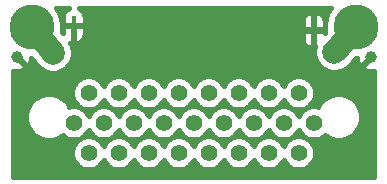
<source format=gbr>
%TF.GenerationSoftware,KiCad,Pcbnew,(5.1.10)-1*%
%TF.CreationDate,2021-10-13T10:52:39-07:00*%
%TF.ProjectId,MicroD25_Bondpad,4d696372-6f44-4323-955f-426f6e647061,rev?*%
%TF.SameCoordinates,Original*%
%TF.FileFunction,Copper,L2,Bot*%
%TF.FilePolarity,Positive*%
%FSLAX46Y46*%
G04 Gerber Fmt 4.6, Leading zero omitted, Abs format (unit mm)*
G04 Created by KiCad (PCBNEW (5.1.10)-1) date 2021-10-13 10:52:39*
%MOMM*%
%LPD*%
G01*
G04 APERTURE LIST*
%TA.AperFunction,ConnectorPad*%
%ADD10C,0.100000*%
%TD*%
%TA.AperFunction,ComponentPad*%
%ADD11C,2.000000*%
%TD*%
%TA.AperFunction,ConnectorPad*%
%ADD12C,3.800000*%
%TD*%
%TA.AperFunction,ComponentPad*%
%ADD13C,2.600000*%
%TD*%
%TA.AperFunction,ComponentPad*%
%ADD14C,1.000000*%
%TD*%
%TA.AperFunction,ComponentPad*%
%ADD15C,1.397000*%
%TD*%
%TA.AperFunction,SMDPad,CuDef*%
%ADD16R,0.457200X1.524000*%
%TD*%
%TA.AperFunction,ViaPad*%
%ADD17C,1.143000*%
%TD*%
%TA.AperFunction,Conductor*%
%ADD18C,0.381000*%
%TD*%
%TA.AperFunction,Conductor*%
%ADD19C,0.100000*%
%TD*%
G04 APERTURE END LIST*
%TA.AperFunction,ConnectorPad*%
D10*
%TO.P,H2,1*%
%TO.N,Net-(H2-Pad1)*%
G36*
X130305743Y-132091832D02*
G01*
X129020168Y-130559743D01*
X130552257Y-129274168D01*
X131837832Y-130806257D01*
X130305743Y-132091832D01*
G37*
%TD.AperFunction*%
D11*
X131082073Y-131461301D03*
D12*
X129286124Y-129320973D03*
D13*
X129286124Y-129320973D03*
%TD*%
%TA.AperFunction,ConnectorPad*%
D10*
%TO.P,H1,1*%
%TO.N,Net-(H1-Pad1)*%
G36*
X154166292Y-130771284D02*
G01*
X155451867Y-129239195D01*
X156983956Y-130524770D01*
X155698381Y-132056859D01*
X154166292Y-130771284D01*
G37*
%TD.AperFunction*%
D11*
X154922051Y-131426328D03*
D12*
X156718000Y-129286000D03*
D13*
X156718000Y-129286000D03*
%TD*%
D14*
%TO.P,H3,1*%
%TO.N,GND*%
X128016000Y-131826000D03*
%TD*%
%TO.P,H4,1*%
%TO.N,GND*%
X157988000Y-131826000D03*
%TD*%
D15*
%TO.P,J1,2*%
%TO.N,Net-(B1-Pad1)*%
X134112000Y-139954000D03*
%TO.P,J1,3*%
%TO.N,Net-(B2-Pad1)*%
X136652000Y-139954000D03*
%TO.P,J1,4*%
%TO.N,Net-(B3-Pad1)*%
X139192000Y-139954000D03*
%TO.P,J1,6*%
%TO.N,Net-(B4-Pad1)*%
X141732000Y-139954000D03*
%TO.P,J1,8*%
%TO.N,Net-(B5-Pad1)*%
X144272000Y-139954000D03*
%TO.P,J1,10*%
%TO.N,Net-(B6-Pad1)*%
X146812000Y-139954000D03*
%TO.P,J1,11*%
%TO.N,Net-(B7-Pad1)*%
X149352000Y-139954000D03*
%TO.P,J1,12*%
%TO.N,Net-(B8-Pad1)*%
X151892000Y-139954000D03*
%TO.P,J1,1*%
%TO.N,Net-(B9-Pad1)*%
X132842000Y-137414000D03*
%TO.P,J1,15*%
%TO.N,Net-(B10-Pad1)*%
X135382000Y-137414000D03*
%TO.P,J1,17*%
%TO.N,Net-(B11-Pad1)*%
X137922000Y-137414000D03*
%TO.P,J1,5*%
%TO.N,Net-(B12-Pad1)*%
X140462000Y-137414000D03*
%TO.P,J1,7*%
%TO.N,Net-(B13-Pad1)*%
X143002000Y-137414000D03*
%TO.P,J1,9*%
%TO.N,Net-(B14-Pad1)*%
X145542000Y-137414000D03*
%TO.P,J1,22*%
%TO.N,Net-(B15-Pad1)*%
X148082000Y-137414000D03*
%TO.P,J1,24*%
%TO.N,Net-(B16-Pad1)*%
X150622000Y-137414000D03*
%TO.P,J1,13*%
%TO.N,Net-(B17-Pad1)*%
X153162000Y-137414000D03*
%TO.P,J1,14*%
%TO.N,Net-(B18-Pad1)*%
X134112000Y-134874000D03*
%TO.P,J1,16*%
%TO.N,Net-(B19-Pad1)*%
X136652000Y-134874000D03*
%TO.P,J1,18*%
%TO.N,Net-(B20-Pad1)*%
X139192000Y-134874000D03*
%TO.P,J1,19*%
%TO.N,Net-(B21-Pad1)*%
X141732000Y-134874000D03*
%TO.P,J1,20*%
%TO.N,Net-(B22-Pad1)*%
X144272000Y-134874000D03*
%TO.P,J1,21*%
%TO.N,Net-(B23-Pad1)*%
X146812000Y-134874000D03*
%TO.P,J1,23*%
%TO.N,Net-(B24-Pad1)*%
X149352000Y-134874000D03*
%TO.P,J1,25*%
%TO.N,Net-(B25-Pad1)*%
X151892000Y-134874000D03*
%TD*%
D16*
%TO.P,B28,1*%
%TO.N,GND*%
X132842000Y-129159000D03*
%TD*%
%TO.P,B29,1*%
%TO.N,GND*%
X153162000Y-129540000D03*
%TD*%
D17*
%TO.N,GND*%
X156972000Y-141097000D03*
X129032000Y-141097000D03*
%TD*%
D18*
%TO.N,GND*%
X132344802Y-127748547D02*
X132223456Y-127813408D01*
X132117096Y-127900696D01*
X132029808Y-128007056D01*
X131964947Y-128128402D01*
X131925006Y-128260070D01*
X131911520Y-128397000D01*
X131914900Y-128920875D01*
X132089525Y-129095500D01*
X132803900Y-129095500D01*
X132803900Y-129075500D01*
X132880100Y-129075500D01*
X132880100Y-129095500D01*
X133594475Y-129095500D01*
X133769100Y-128920875D01*
X133770021Y-128778000D01*
X152231520Y-128778000D01*
X152234900Y-129301875D01*
X152409525Y-129476500D01*
X153123900Y-129476500D01*
X153123900Y-128254125D01*
X153200100Y-128254125D01*
X153200100Y-129476500D01*
X153914475Y-129476500D01*
X154089100Y-129301875D01*
X154092480Y-128778000D01*
X154078994Y-128641070D01*
X154039053Y-128509402D01*
X153974192Y-128388056D01*
X153886904Y-128281696D01*
X153780544Y-128194408D01*
X153659198Y-128129547D01*
X153527530Y-128089606D01*
X153390600Y-128076120D01*
X153374725Y-128079500D01*
X153200100Y-128254125D01*
X153123900Y-128254125D01*
X152949275Y-128079500D01*
X152933400Y-128076120D01*
X152796470Y-128089606D01*
X152664802Y-128129547D01*
X152543456Y-128194408D01*
X152437096Y-128281696D01*
X152349808Y-128388056D01*
X152284947Y-128509402D01*
X152245006Y-128641070D01*
X152231520Y-128778000D01*
X133770021Y-128778000D01*
X133772480Y-128397000D01*
X133758994Y-128260070D01*
X133719053Y-128128402D01*
X133654192Y-128007056D01*
X133566904Y-127900696D01*
X133460544Y-127813408D01*
X133339198Y-127748547D01*
X133256629Y-127723500D01*
X154636840Y-127723500D01*
X154415239Y-128055149D01*
X154219359Y-128528046D01*
X154119500Y-129030070D01*
X154119500Y-129541930D01*
X154150564Y-129698098D01*
X154086008Y-129775033D01*
X153914475Y-129603500D01*
X153200100Y-129603500D01*
X153200100Y-130825875D01*
X153293597Y-130919372D01*
X153288824Y-130930894D01*
X153223551Y-131259040D01*
X153223551Y-131593616D01*
X153288824Y-131921762D01*
X153416860Y-132230869D01*
X153602740Y-132509058D01*
X153839321Y-132745639D01*
X154117510Y-132931519D01*
X154426617Y-133059555D01*
X154754763Y-133124828D01*
X155089339Y-133124828D01*
X155417485Y-133059555D01*
X155726592Y-132931519D01*
X156004781Y-132745639D01*
X156241362Y-132509058D01*
X156265532Y-132472885D01*
X156759246Y-131884500D01*
X156788549Y-131884500D01*
X156810116Y-132076850D01*
X156881687Y-132301824D01*
X156977733Y-132481512D01*
X157216395Y-132507802D01*
X157898197Y-131826000D01*
X157884055Y-131811858D01*
X157973858Y-131722055D01*
X157988000Y-131736197D01*
X158002142Y-131722055D01*
X158091945Y-131811858D01*
X158077803Y-131826000D01*
X158091945Y-131840142D01*
X158002142Y-131929945D01*
X157988000Y-131915803D01*
X157306198Y-132597605D01*
X157332488Y-132836267D01*
X157542177Y-132944740D01*
X157768998Y-133010219D01*
X158004237Y-133030190D01*
X158238850Y-133003884D01*
X158280500Y-132990634D01*
X158280501Y-142024500D01*
X127723500Y-142024500D01*
X127723500Y-139816408D01*
X132715000Y-139816408D01*
X132715000Y-140091592D01*
X132768686Y-140361490D01*
X132873995Y-140615727D01*
X133026880Y-140844535D01*
X133221465Y-141039120D01*
X133450273Y-141192005D01*
X133704510Y-141297314D01*
X133974408Y-141351000D01*
X134249592Y-141351000D01*
X134519490Y-141297314D01*
X134773727Y-141192005D01*
X135002535Y-141039120D01*
X135197120Y-140844535D01*
X135350005Y-140615727D01*
X135382000Y-140538485D01*
X135413995Y-140615727D01*
X135566880Y-140844535D01*
X135761465Y-141039120D01*
X135990273Y-141192005D01*
X136244510Y-141297314D01*
X136514408Y-141351000D01*
X136789592Y-141351000D01*
X137059490Y-141297314D01*
X137313727Y-141192005D01*
X137542535Y-141039120D01*
X137737120Y-140844535D01*
X137890005Y-140615727D01*
X137922000Y-140538485D01*
X137953995Y-140615727D01*
X138106880Y-140844535D01*
X138301465Y-141039120D01*
X138530273Y-141192005D01*
X138784510Y-141297314D01*
X139054408Y-141351000D01*
X139329592Y-141351000D01*
X139599490Y-141297314D01*
X139853727Y-141192005D01*
X140082535Y-141039120D01*
X140277120Y-140844535D01*
X140430005Y-140615727D01*
X140462000Y-140538485D01*
X140493995Y-140615727D01*
X140646880Y-140844535D01*
X140841465Y-141039120D01*
X141070273Y-141192005D01*
X141324510Y-141297314D01*
X141594408Y-141351000D01*
X141869592Y-141351000D01*
X142139490Y-141297314D01*
X142393727Y-141192005D01*
X142622535Y-141039120D01*
X142817120Y-140844535D01*
X142970005Y-140615727D01*
X143002000Y-140538485D01*
X143033995Y-140615727D01*
X143186880Y-140844535D01*
X143381465Y-141039120D01*
X143610273Y-141192005D01*
X143864510Y-141297314D01*
X144134408Y-141351000D01*
X144409592Y-141351000D01*
X144679490Y-141297314D01*
X144933727Y-141192005D01*
X145162535Y-141039120D01*
X145357120Y-140844535D01*
X145510005Y-140615727D01*
X145542000Y-140538485D01*
X145573995Y-140615727D01*
X145726880Y-140844535D01*
X145921465Y-141039120D01*
X146150273Y-141192005D01*
X146404510Y-141297314D01*
X146674408Y-141351000D01*
X146949592Y-141351000D01*
X147219490Y-141297314D01*
X147473727Y-141192005D01*
X147702535Y-141039120D01*
X147897120Y-140844535D01*
X148050005Y-140615727D01*
X148082000Y-140538485D01*
X148113995Y-140615727D01*
X148266880Y-140844535D01*
X148461465Y-141039120D01*
X148690273Y-141192005D01*
X148944510Y-141297314D01*
X149214408Y-141351000D01*
X149489592Y-141351000D01*
X149759490Y-141297314D01*
X150013727Y-141192005D01*
X150242535Y-141039120D01*
X150437120Y-140844535D01*
X150590005Y-140615727D01*
X150622000Y-140538485D01*
X150653995Y-140615727D01*
X150806880Y-140844535D01*
X151001465Y-141039120D01*
X151230273Y-141192005D01*
X151484510Y-141297314D01*
X151754408Y-141351000D01*
X152029592Y-141351000D01*
X152299490Y-141297314D01*
X152553727Y-141192005D01*
X152782535Y-141039120D01*
X152977120Y-140844535D01*
X153130005Y-140615727D01*
X153235314Y-140361490D01*
X153289000Y-140091592D01*
X153289000Y-139816408D01*
X153235314Y-139546510D01*
X153130005Y-139292273D01*
X152977120Y-139063465D01*
X152782535Y-138868880D01*
X152553727Y-138715995D01*
X152299490Y-138610686D01*
X152029592Y-138557000D01*
X151754408Y-138557000D01*
X151484510Y-138610686D01*
X151230273Y-138715995D01*
X151001465Y-138868880D01*
X150806880Y-139063465D01*
X150653995Y-139292273D01*
X150622000Y-139369515D01*
X150590005Y-139292273D01*
X150437120Y-139063465D01*
X150242535Y-138868880D01*
X150013727Y-138715995D01*
X149759490Y-138610686D01*
X149489592Y-138557000D01*
X149214408Y-138557000D01*
X148944510Y-138610686D01*
X148690273Y-138715995D01*
X148461465Y-138868880D01*
X148266880Y-139063465D01*
X148113995Y-139292273D01*
X148082000Y-139369515D01*
X148050005Y-139292273D01*
X147897120Y-139063465D01*
X147702535Y-138868880D01*
X147473727Y-138715995D01*
X147219490Y-138610686D01*
X146949592Y-138557000D01*
X146674408Y-138557000D01*
X146404510Y-138610686D01*
X146150273Y-138715995D01*
X145921465Y-138868880D01*
X145726880Y-139063465D01*
X145573995Y-139292273D01*
X145542000Y-139369515D01*
X145510005Y-139292273D01*
X145357120Y-139063465D01*
X145162535Y-138868880D01*
X144933727Y-138715995D01*
X144679490Y-138610686D01*
X144409592Y-138557000D01*
X144134408Y-138557000D01*
X143864510Y-138610686D01*
X143610273Y-138715995D01*
X143381465Y-138868880D01*
X143186880Y-139063465D01*
X143033995Y-139292273D01*
X143002000Y-139369515D01*
X142970005Y-139292273D01*
X142817120Y-139063465D01*
X142622535Y-138868880D01*
X142393727Y-138715995D01*
X142139490Y-138610686D01*
X141869592Y-138557000D01*
X141594408Y-138557000D01*
X141324510Y-138610686D01*
X141070273Y-138715995D01*
X140841465Y-138868880D01*
X140646880Y-139063465D01*
X140493995Y-139292273D01*
X140462000Y-139369515D01*
X140430005Y-139292273D01*
X140277120Y-139063465D01*
X140082535Y-138868880D01*
X139853727Y-138715995D01*
X139599490Y-138610686D01*
X139329592Y-138557000D01*
X139054408Y-138557000D01*
X138784510Y-138610686D01*
X138530273Y-138715995D01*
X138301465Y-138868880D01*
X138106880Y-139063465D01*
X137953995Y-139292273D01*
X137922000Y-139369515D01*
X137890005Y-139292273D01*
X137737120Y-139063465D01*
X137542535Y-138868880D01*
X137313727Y-138715995D01*
X137059490Y-138610686D01*
X136789592Y-138557000D01*
X136514408Y-138557000D01*
X136244510Y-138610686D01*
X135990273Y-138715995D01*
X135761465Y-138868880D01*
X135566880Y-139063465D01*
X135413995Y-139292273D01*
X135382000Y-139369515D01*
X135350005Y-139292273D01*
X135197120Y-139063465D01*
X135002535Y-138868880D01*
X134773727Y-138715995D01*
X134519490Y-138610686D01*
X134249592Y-138557000D01*
X133974408Y-138557000D01*
X133704510Y-138610686D01*
X133450273Y-138715995D01*
X133221465Y-138868880D01*
X133026880Y-139063465D01*
X132873995Y-139292273D01*
X132768686Y-139546510D01*
X132715000Y-139816408D01*
X127723500Y-139816408D01*
X127723500Y-136717123D01*
X128828800Y-136717123D01*
X128828800Y-137094877D01*
X128902496Y-137465372D01*
X129047056Y-137814372D01*
X129256925Y-138128463D01*
X129524037Y-138395575D01*
X129838128Y-138605444D01*
X130187128Y-138750004D01*
X130557623Y-138823700D01*
X130935377Y-138823700D01*
X131305872Y-138750004D01*
X131654872Y-138605444D01*
X131896403Y-138444058D01*
X131951465Y-138499120D01*
X132180273Y-138652005D01*
X132434510Y-138757314D01*
X132704408Y-138811000D01*
X132979592Y-138811000D01*
X133249490Y-138757314D01*
X133503727Y-138652005D01*
X133732535Y-138499120D01*
X133927120Y-138304535D01*
X134080005Y-138075727D01*
X134112000Y-137998485D01*
X134143995Y-138075727D01*
X134296880Y-138304535D01*
X134491465Y-138499120D01*
X134720273Y-138652005D01*
X134974510Y-138757314D01*
X135244408Y-138811000D01*
X135519592Y-138811000D01*
X135789490Y-138757314D01*
X136043727Y-138652005D01*
X136272535Y-138499120D01*
X136467120Y-138304535D01*
X136620005Y-138075727D01*
X136652000Y-137998485D01*
X136683995Y-138075727D01*
X136836880Y-138304535D01*
X137031465Y-138499120D01*
X137260273Y-138652005D01*
X137514510Y-138757314D01*
X137784408Y-138811000D01*
X138059592Y-138811000D01*
X138329490Y-138757314D01*
X138583727Y-138652005D01*
X138812535Y-138499120D01*
X139007120Y-138304535D01*
X139160005Y-138075727D01*
X139192000Y-137998485D01*
X139223995Y-138075727D01*
X139376880Y-138304535D01*
X139571465Y-138499120D01*
X139800273Y-138652005D01*
X140054510Y-138757314D01*
X140324408Y-138811000D01*
X140599592Y-138811000D01*
X140869490Y-138757314D01*
X141123727Y-138652005D01*
X141352535Y-138499120D01*
X141547120Y-138304535D01*
X141700005Y-138075727D01*
X141732000Y-137998485D01*
X141763995Y-138075727D01*
X141916880Y-138304535D01*
X142111465Y-138499120D01*
X142340273Y-138652005D01*
X142594510Y-138757314D01*
X142864408Y-138811000D01*
X143139592Y-138811000D01*
X143409490Y-138757314D01*
X143663727Y-138652005D01*
X143892535Y-138499120D01*
X144087120Y-138304535D01*
X144240005Y-138075727D01*
X144272000Y-137998485D01*
X144303995Y-138075727D01*
X144456880Y-138304535D01*
X144651465Y-138499120D01*
X144880273Y-138652005D01*
X145134510Y-138757314D01*
X145404408Y-138811000D01*
X145679592Y-138811000D01*
X145949490Y-138757314D01*
X146203727Y-138652005D01*
X146432535Y-138499120D01*
X146627120Y-138304535D01*
X146780005Y-138075727D01*
X146812000Y-137998485D01*
X146843995Y-138075727D01*
X146996880Y-138304535D01*
X147191465Y-138499120D01*
X147420273Y-138652005D01*
X147674510Y-138757314D01*
X147944408Y-138811000D01*
X148219592Y-138811000D01*
X148489490Y-138757314D01*
X148743727Y-138652005D01*
X148972535Y-138499120D01*
X149167120Y-138304535D01*
X149320005Y-138075727D01*
X149352000Y-137998485D01*
X149383995Y-138075727D01*
X149536880Y-138304535D01*
X149731465Y-138499120D01*
X149960273Y-138652005D01*
X150214510Y-138757314D01*
X150484408Y-138811000D01*
X150759592Y-138811000D01*
X151029490Y-138757314D01*
X151283727Y-138652005D01*
X151512535Y-138499120D01*
X151707120Y-138304535D01*
X151860005Y-138075727D01*
X151892000Y-137998485D01*
X151923995Y-138075727D01*
X152076880Y-138304535D01*
X152271465Y-138499120D01*
X152500273Y-138652005D01*
X152754510Y-138757314D01*
X153024408Y-138811000D01*
X153299592Y-138811000D01*
X153569490Y-138757314D01*
X153823727Y-138652005D01*
X154052535Y-138499120D01*
X154107597Y-138444058D01*
X154349128Y-138605444D01*
X154698128Y-138750004D01*
X155068623Y-138823700D01*
X155446377Y-138823700D01*
X155816872Y-138750004D01*
X156165872Y-138605444D01*
X156479963Y-138395575D01*
X156747075Y-138128463D01*
X156956944Y-137814372D01*
X157101504Y-137465372D01*
X157175200Y-137094877D01*
X157175200Y-136717123D01*
X157101504Y-136346628D01*
X156956944Y-135997628D01*
X156747075Y-135683537D01*
X156479963Y-135416425D01*
X156165872Y-135206556D01*
X155816872Y-135061996D01*
X155446377Y-134988300D01*
X155068623Y-134988300D01*
X154698128Y-135061996D01*
X154349128Y-135206556D01*
X154035037Y-135416425D01*
X153767925Y-135683537D01*
X153558056Y-135997628D01*
X153530968Y-136063024D01*
X153299592Y-136017000D01*
X153024408Y-136017000D01*
X152754510Y-136070686D01*
X152500273Y-136175995D01*
X152271465Y-136328880D01*
X152076880Y-136523465D01*
X151923995Y-136752273D01*
X151892000Y-136829515D01*
X151860005Y-136752273D01*
X151707120Y-136523465D01*
X151512535Y-136328880D01*
X151283727Y-136175995D01*
X151029490Y-136070686D01*
X150759592Y-136017000D01*
X150484408Y-136017000D01*
X150214510Y-136070686D01*
X149960273Y-136175995D01*
X149731465Y-136328880D01*
X149536880Y-136523465D01*
X149383995Y-136752273D01*
X149352000Y-136829515D01*
X149320005Y-136752273D01*
X149167120Y-136523465D01*
X148972535Y-136328880D01*
X148743727Y-136175995D01*
X148489490Y-136070686D01*
X148219592Y-136017000D01*
X147944408Y-136017000D01*
X147674510Y-136070686D01*
X147420273Y-136175995D01*
X147191465Y-136328880D01*
X146996880Y-136523465D01*
X146843995Y-136752273D01*
X146812000Y-136829515D01*
X146780005Y-136752273D01*
X146627120Y-136523465D01*
X146432535Y-136328880D01*
X146203727Y-136175995D01*
X145949490Y-136070686D01*
X145679592Y-136017000D01*
X145404408Y-136017000D01*
X145134510Y-136070686D01*
X144880273Y-136175995D01*
X144651465Y-136328880D01*
X144456880Y-136523465D01*
X144303995Y-136752273D01*
X144272000Y-136829515D01*
X144240005Y-136752273D01*
X144087120Y-136523465D01*
X143892535Y-136328880D01*
X143663727Y-136175995D01*
X143409490Y-136070686D01*
X143139592Y-136017000D01*
X142864408Y-136017000D01*
X142594510Y-136070686D01*
X142340273Y-136175995D01*
X142111465Y-136328880D01*
X141916880Y-136523465D01*
X141763995Y-136752273D01*
X141732000Y-136829515D01*
X141700005Y-136752273D01*
X141547120Y-136523465D01*
X141352535Y-136328880D01*
X141123727Y-136175995D01*
X140869490Y-136070686D01*
X140599592Y-136017000D01*
X140324408Y-136017000D01*
X140054510Y-136070686D01*
X139800273Y-136175995D01*
X139571465Y-136328880D01*
X139376880Y-136523465D01*
X139223995Y-136752273D01*
X139192000Y-136829515D01*
X139160005Y-136752273D01*
X139007120Y-136523465D01*
X138812535Y-136328880D01*
X138583727Y-136175995D01*
X138329490Y-136070686D01*
X138059592Y-136017000D01*
X137784408Y-136017000D01*
X137514510Y-136070686D01*
X137260273Y-136175995D01*
X137031465Y-136328880D01*
X136836880Y-136523465D01*
X136683995Y-136752273D01*
X136652000Y-136829515D01*
X136620005Y-136752273D01*
X136467120Y-136523465D01*
X136272535Y-136328880D01*
X136043727Y-136175995D01*
X135789490Y-136070686D01*
X135519592Y-136017000D01*
X135244408Y-136017000D01*
X134974510Y-136070686D01*
X134720273Y-136175995D01*
X134491465Y-136328880D01*
X134296880Y-136523465D01*
X134143995Y-136752273D01*
X134112000Y-136829515D01*
X134080005Y-136752273D01*
X133927120Y-136523465D01*
X133732535Y-136328880D01*
X133503727Y-136175995D01*
X133249490Y-136070686D01*
X132979592Y-136017000D01*
X132704408Y-136017000D01*
X132473032Y-136063024D01*
X132445944Y-135997628D01*
X132236075Y-135683537D01*
X131968963Y-135416425D01*
X131654872Y-135206556D01*
X131305872Y-135061996D01*
X130935377Y-134988300D01*
X130557623Y-134988300D01*
X130187128Y-135061996D01*
X129838128Y-135206556D01*
X129524037Y-135416425D01*
X129256925Y-135683537D01*
X129047056Y-135997628D01*
X128902496Y-136346628D01*
X128828800Y-136717123D01*
X127723500Y-136717123D01*
X127723500Y-134736408D01*
X132715000Y-134736408D01*
X132715000Y-135011592D01*
X132768686Y-135281490D01*
X132873995Y-135535727D01*
X133026880Y-135764535D01*
X133221465Y-135959120D01*
X133450273Y-136112005D01*
X133704510Y-136217314D01*
X133974408Y-136271000D01*
X134249592Y-136271000D01*
X134519490Y-136217314D01*
X134773727Y-136112005D01*
X135002535Y-135959120D01*
X135197120Y-135764535D01*
X135350005Y-135535727D01*
X135382000Y-135458485D01*
X135413995Y-135535727D01*
X135566880Y-135764535D01*
X135761465Y-135959120D01*
X135990273Y-136112005D01*
X136244510Y-136217314D01*
X136514408Y-136271000D01*
X136789592Y-136271000D01*
X137059490Y-136217314D01*
X137313727Y-136112005D01*
X137542535Y-135959120D01*
X137737120Y-135764535D01*
X137890005Y-135535727D01*
X137922000Y-135458485D01*
X137953995Y-135535727D01*
X138106880Y-135764535D01*
X138301465Y-135959120D01*
X138530273Y-136112005D01*
X138784510Y-136217314D01*
X139054408Y-136271000D01*
X139329592Y-136271000D01*
X139599490Y-136217314D01*
X139853727Y-136112005D01*
X140082535Y-135959120D01*
X140277120Y-135764535D01*
X140430005Y-135535727D01*
X140462000Y-135458485D01*
X140493995Y-135535727D01*
X140646880Y-135764535D01*
X140841465Y-135959120D01*
X141070273Y-136112005D01*
X141324510Y-136217314D01*
X141594408Y-136271000D01*
X141869592Y-136271000D01*
X142139490Y-136217314D01*
X142393727Y-136112005D01*
X142622535Y-135959120D01*
X142817120Y-135764535D01*
X142970005Y-135535727D01*
X143002000Y-135458485D01*
X143033995Y-135535727D01*
X143186880Y-135764535D01*
X143381465Y-135959120D01*
X143610273Y-136112005D01*
X143864510Y-136217314D01*
X144134408Y-136271000D01*
X144409592Y-136271000D01*
X144679490Y-136217314D01*
X144933727Y-136112005D01*
X145162535Y-135959120D01*
X145357120Y-135764535D01*
X145510005Y-135535727D01*
X145542000Y-135458485D01*
X145573995Y-135535727D01*
X145726880Y-135764535D01*
X145921465Y-135959120D01*
X146150273Y-136112005D01*
X146404510Y-136217314D01*
X146674408Y-136271000D01*
X146949592Y-136271000D01*
X147219490Y-136217314D01*
X147473727Y-136112005D01*
X147702535Y-135959120D01*
X147897120Y-135764535D01*
X148050005Y-135535727D01*
X148082000Y-135458485D01*
X148113995Y-135535727D01*
X148266880Y-135764535D01*
X148461465Y-135959120D01*
X148690273Y-136112005D01*
X148944510Y-136217314D01*
X149214408Y-136271000D01*
X149489592Y-136271000D01*
X149759490Y-136217314D01*
X150013727Y-136112005D01*
X150242535Y-135959120D01*
X150437120Y-135764535D01*
X150590005Y-135535727D01*
X150622000Y-135458485D01*
X150653995Y-135535727D01*
X150806880Y-135764535D01*
X151001465Y-135959120D01*
X151230273Y-136112005D01*
X151484510Y-136217314D01*
X151754408Y-136271000D01*
X152029592Y-136271000D01*
X152299490Y-136217314D01*
X152553727Y-136112005D01*
X152782535Y-135959120D01*
X152977120Y-135764535D01*
X153130005Y-135535727D01*
X153235314Y-135281490D01*
X153289000Y-135011592D01*
X153289000Y-134736408D01*
X153235314Y-134466510D01*
X153130005Y-134212273D01*
X152977120Y-133983465D01*
X152782535Y-133788880D01*
X152553727Y-133635995D01*
X152299490Y-133530686D01*
X152029592Y-133477000D01*
X151754408Y-133477000D01*
X151484510Y-133530686D01*
X151230273Y-133635995D01*
X151001465Y-133788880D01*
X150806880Y-133983465D01*
X150653995Y-134212273D01*
X150622000Y-134289515D01*
X150590005Y-134212273D01*
X150437120Y-133983465D01*
X150242535Y-133788880D01*
X150013727Y-133635995D01*
X149759490Y-133530686D01*
X149489592Y-133477000D01*
X149214408Y-133477000D01*
X148944510Y-133530686D01*
X148690273Y-133635995D01*
X148461465Y-133788880D01*
X148266880Y-133983465D01*
X148113995Y-134212273D01*
X148082000Y-134289515D01*
X148050005Y-134212273D01*
X147897120Y-133983465D01*
X147702535Y-133788880D01*
X147473727Y-133635995D01*
X147219490Y-133530686D01*
X146949592Y-133477000D01*
X146674408Y-133477000D01*
X146404510Y-133530686D01*
X146150273Y-133635995D01*
X145921465Y-133788880D01*
X145726880Y-133983465D01*
X145573995Y-134212273D01*
X145542000Y-134289515D01*
X145510005Y-134212273D01*
X145357120Y-133983465D01*
X145162535Y-133788880D01*
X144933727Y-133635995D01*
X144679490Y-133530686D01*
X144409592Y-133477000D01*
X144134408Y-133477000D01*
X143864510Y-133530686D01*
X143610273Y-133635995D01*
X143381465Y-133788880D01*
X143186880Y-133983465D01*
X143033995Y-134212273D01*
X143002000Y-134289515D01*
X142970005Y-134212273D01*
X142817120Y-133983465D01*
X142622535Y-133788880D01*
X142393727Y-133635995D01*
X142139490Y-133530686D01*
X141869592Y-133477000D01*
X141594408Y-133477000D01*
X141324510Y-133530686D01*
X141070273Y-133635995D01*
X140841465Y-133788880D01*
X140646880Y-133983465D01*
X140493995Y-134212273D01*
X140462000Y-134289515D01*
X140430005Y-134212273D01*
X140277120Y-133983465D01*
X140082535Y-133788880D01*
X139853727Y-133635995D01*
X139599490Y-133530686D01*
X139329592Y-133477000D01*
X139054408Y-133477000D01*
X138784510Y-133530686D01*
X138530273Y-133635995D01*
X138301465Y-133788880D01*
X138106880Y-133983465D01*
X137953995Y-134212273D01*
X137922000Y-134289515D01*
X137890005Y-134212273D01*
X137737120Y-133983465D01*
X137542535Y-133788880D01*
X137313727Y-133635995D01*
X137059490Y-133530686D01*
X136789592Y-133477000D01*
X136514408Y-133477000D01*
X136244510Y-133530686D01*
X135990273Y-133635995D01*
X135761465Y-133788880D01*
X135566880Y-133983465D01*
X135413995Y-134212273D01*
X135382000Y-134289515D01*
X135350005Y-134212273D01*
X135197120Y-133983465D01*
X135002535Y-133788880D01*
X134773727Y-133635995D01*
X134519490Y-133530686D01*
X134249592Y-133477000D01*
X133974408Y-133477000D01*
X133704510Y-133530686D01*
X133450273Y-133635995D01*
X133221465Y-133788880D01*
X133026880Y-133983465D01*
X132873995Y-134212273D01*
X132768686Y-134466510D01*
X132715000Y-134736408D01*
X127723500Y-134736408D01*
X127723500Y-132989001D01*
X127796998Y-133010219D01*
X128032237Y-133030190D01*
X128266850Y-133003884D01*
X128491824Y-132932313D01*
X128671512Y-132836267D01*
X128697802Y-132597605D01*
X128016000Y-131915803D01*
X128001858Y-131929945D01*
X127912055Y-131840142D01*
X127926197Y-131826000D01*
X127912055Y-131811858D01*
X128001858Y-131722055D01*
X128016000Y-131736197D01*
X128030142Y-131722055D01*
X128119945Y-131811858D01*
X128105803Y-131826000D01*
X128787605Y-132507802D01*
X129026267Y-132481512D01*
X129134740Y-132271823D01*
X129200219Y-132045002D01*
X129210876Y-131919473D01*
X129244878Y-131919473D01*
X129738592Y-132507858D01*
X129762762Y-132544031D01*
X129999343Y-132780612D01*
X130277532Y-132966492D01*
X130586639Y-133094528D01*
X130914785Y-133159801D01*
X131249361Y-133159801D01*
X131577507Y-133094528D01*
X131886614Y-132966492D01*
X132164803Y-132780612D01*
X132401384Y-132544031D01*
X132587264Y-132265842D01*
X132715300Y-131956735D01*
X132780573Y-131628589D01*
X132780573Y-131294013D01*
X132715300Y-130965867D01*
X132587264Y-130656760D01*
X132561190Y-130617738D01*
X132613400Y-130622880D01*
X132629275Y-130619500D01*
X132803900Y-130444875D01*
X132803900Y-129222500D01*
X132880100Y-129222500D01*
X132880100Y-130444875D01*
X133054725Y-130619500D01*
X133070600Y-130622880D01*
X133207530Y-130609394D01*
X133339198Y-130569453D01*
X133460544Y-130504592D01*
X133566904Y-130417304D01*
X133654192Y-130310944D01*
X133658972Y-130302000D01*
X152231520Y-130302000D01*
X152245006Y-130438930D01*
X152284947Y-130570598D01*
X152349808Y-130691944D01*
X152437096Y-130798304D01*
X152543456Y-130885592D01*
X152664802Y-130950453D01*
X152796470Y-130990394D01*
X152933400Y-131003880D01*
X152949275Y-131000500D01*
X153123900Y-130825875D01*
X153123900Y-129603500D01*
X152409525Y-129603500D01*
X152234900Y-129778125D01*
X152231520Y-130302000D01*
X133658972Y-130302000D01*
X133719053Y-130189598D01*
X133758994Y-130057930D01*
X133772480Y-129921000D01*
X133769100Y-129397125D01*
X133594475Y-129222500D01*
X132880100Y-129222500D01*
X132803900Y-129222500D01*
X132089525Y-129222500D01*
X131914900Y-129397125D01*
X131912281Y-129803051D01*
X131853560Y-129733071D01*
X131884624Y-129576903D01*
X131884624Y-129065043D01*
X131784765Y-128563019D01*
X131588885Y-128090122D01*
X131343916Y-127723500D01*
X132427371Y-127723500D01*
X132344802Y-127748547D01*
%TA.AperFunction,Conductor*%
D19*
G36*
X132344802Y-127748547D02*
G01*
X132223456Y-127813408D01*
X132117096Y-127900696D01*
X132029808Y-128007056D01*
X131964947Y-128128402D01*
X131925006Y-128260070D01*
X131911520Y-128397000D01*
X131914900Y-128920875D01*
X132089525Y-129095500D01*
X132803900Y-129095500D01*
X132803900Y-129075500D01*
X132880100Y-129075500D01*
X132880100Y-129095500D01*
X133594475Y-129095500D01*
X133769100Y-128920875D01*
X133770021Y-128778000D01*
X152231520Y-128778000D01*
X152234900Y-129301875D01*
X152409525Y-129476500D01*
X153123900Y-129476500D01*
X153123900Y-128254125D01*
X153200100Y-128254125D01*
X153200100Y-129476500D01*
X153914475Y-129476500D01*
X154089100Y-129301875D01*
X154092480Y-128778000D01*
X154078994Y-128641070D01*
X154039053Y-128509402D01*
X153974192Y-128388056D01*
X153886904Y-128281696D01*
X153780544Y-128194408D01*
X153659198Y-128129547D01*
X153527530Y-128089606D01*
X153390600Y-128076120D01*
X153374725Y-128079500D01*
X153200100Y-128254125D01*
X153123900Y-128254125D01*
X152949275Y-128079500D01*
X152933400Y-128076120D01*
X152796470Y-128089606D01*
X152664802Y-128129547D01*
X152543456Y-128194408D01*
X152437096Y-128281696D01*
X152349808Y-128388056D01*
X152284947Y-128509402D01*
X152245006Y-128641070D01*
X152231520Y-128778000D01*
X133770021Y-128778000D01*
X133772480Y-128397000D01*
X133758994Y-128260070D01*
X133719053Y-128128402D01*
X133654192Y-128007056D01*
X133566904Y-127900696D01*
X133460544Y-127813408D01*
X133339198Y-127748547D01*
X133256629Y-127723500D01*
X154636840Y-127723500D01*
X154415239Y-128055149D01*
X154219359Y-128528046D01*
X154119500Y-129030070D01*
X154119500Y-129541930D01*
X154150564Y-129698098D01*
X154086008Y-129775033D01*
X153914475Y-129603500D01*
X153200100Y-129603500D01*
X153200100Y-130825875D01*
X153293597Y-130919372D01*
X153288824Y-130930894D01*
X153223551Y-131259040D01*
X153223551Y-131593616D01*
X153288824Y-131921762D01*
X153416860Y-132230869D01*
X153602740Y-132509058D01*
X153839321Y-132745639D01*
X154117510Y-132931519D01*
X154426617Y-133059555D01*
X154754763Y-133124828D01*
X155089339Y-133124828D01*
X155417485Y-133059555D01*
X155726592Y-132931519D01*
X156004781Y-132745639D01*
X156241362Y-132509058D01*
X156265532Y-132472885D01*
X156759246Y-131884500D01*
X156788549Y-131884500D01*
X156810116Y-132076850D01*
X156881687Y-132301824D01*
X156977733Y-132481512D01*
X157216395Y-132507802D01*
X157898197Y-131826000D01*
X157884055Y-131811858D01*
X157973858Y-131722055D01*
X157988000Y-131736197D01*
X158002142Y-131722055D01*
X158091945Y-131811858D01*
X158077803Y-131826000D01*
X158091945Y-131840142D01*
X158002142Y-131929945D01*
X157988000Y-131915803D01*
X157306198Y-132597605D01*
X157332488Y-132836267D01*
X157542177Y-132944740D01*
X157768998Y-133010219D01*
X158004237Y-133030190D01*
X158238850Y-133003884D01*
X158280500Y-132990634D01*
X158280501Y-142024500D01*
X127723500Y-142024500D01*
X127723500Y-139816408D01*
X132715000Y-139816408D01*
X132715000Y-140091592D01*
X132768686Y-140361490D01*
X132873995Y-140615727D01*
X133026880Y-140844535D01*
X133221465Y-141039120D01*
X133450273Y-141192005D01*
X133704510Y-141297314D01*
X133974408Y-141351000D01*
X134249592Y-141351000D01*
X134519490Y-141297314D01*
X134773727Y-141192005D01*
X135002535Y-141039120D01*
X135197120Y-140844535D01*
X135350005Y-140615727D01*
X135382000Y-140538485D01*
X135413995Y-140615727D01*
X135566880Y-140844535D01*
X135761465Y-141039120D01*
X135990273Y-141192005D01*
X136244510Y-141297314D01*
X136514408Y-141351000D01*
X136789592Y-141351000D01*
X137059490Y-141297314D01*
X137313727Y-141192005D01*
X137542535Y-141039120D01*
X137737120Y-140844535D01*
X137890005Y-140615727D01*
X137922000Y-140538485D01*
X137953995Y-140615727D01*
X138106880Y-140844535D01*
X138301465Y-141039120D01*
X138530273Y-141192005D01*
X138784510Y-141297314D01*
X139054408Y-141351000D01*
X139329592Y-141351000D01*
X139599490Y-141297314D01*
X139853727Y-141192005D01*
X140082535Y-141039120D01*
X140277120Y-140844535D01*
X140430005Y-140615727D01*
X140462000Y-140538485D01*
X140493995Y-140615727D01*
X140646880Y-140844535D01*
X140841465Y-141039120D01*
X141070273Y-141192005D01*
X141324510Y-141297314D01*
X141594408Y-141351000D01*
X141869592Y-141351000D01*
X142139490Y-141297314D01*
X142393727Y-141192005D01*
X142622535Y-141039120D01*
X142817120Y-140844535D01*
X142970005Y-140615727D01*
X143002000Y-140538485D01*
X143033995Y-140615727D01*
X143186880Y-140844535D01*
X143381465Y-141039120D01*
X143610273Y-141192005D01*
X143864510Y-141297314D01*
X144134408Y-141351000D01*
X144409592Y-141351000D01*
X144679490Y-141297314D01*
X144933727Y-141192005D01*
X145162535Y-141039120D01*
X145357120Y-140844535D01*
X145510005Y-140615727D01*
X145542000Y-140538485D01*
X145573995Y-140615727D01*
X145726880Y-140844535D01*
X145921465Y-141039120D01*
X146150273Y-141192005D01*
X146404510Y-141297314D01*
X146674408Y-141351000D01*
X146949592Y-141351000D01*
X147219490Y-141297314D01*
X147473727Y-141192005D01*
X147702535Y-141039120D01*
X147897120Y-140844535D01*
X148050005Y-140615727D01*
X148082000Y-140538485D01*
X148113995Y-140615727D01*
X148266880Y-140844535D01*
X148461465Y-141039120D01*
X148690273Y-141192005D01*
X148944510Y-141297314D01*
X149214408Y-141351000D01*
X149489592Y-141351000D01*
X149759490Y-141297314D01*
X150013727Y-141192005D01*
X150242535Y-141039120D01*
X150437120Y-140844535D01*
X150590005Y-140615727D01*
X150622000Y-140538485D01*
X150653995Y-140615727D01*
X150806880Y-140844535D01*
X151001465Y-141039120D01*
X151230273Y-141192005D01*
X151484510Y-141297314D01*
X151754408Y-141351000D01*
X152029592Y-141351000D01*
X152299490Y-141297314D01*
X152553727Y-141192005D01*
X152782535Y-141039120D01*
X152977120Y-140844535D01*
X153130005Y-140615727D01*
X153235314Y-140361490D01*
X153289000Y-140091592D01*
X153289000Y-139816408D01*
X153235314Y-139546510D01*
X153130005Y-139292273D01*
X152977120Y-139063465D01*
X152782535Y-138868880D01*
X152553727Y-138715995D01*
X152299490Y-138610686D01*
X152029592Y-138557000D01*
X151754408Y-138557000D01*
X151484510Y-138610686D01*
X151230273Y-138715995D01*
X151001465Y-138868880D01*
X150806880Y-139063465D01*
X150653995Y-139292273D01*
X150622000Y-139369515D01*
X150590005Y-139292273D01*
X150437120Y-139063465D01*
X150242535Y-138868880D01*
X150013727Y-138715995D01*
X149759490Y-138610686D01*
X149489592Y-138557000D01*
X149214408Y-138557000D01*
X148944510Y-138610686D01*
X148690273Y-138715995D01*
X148461465Y-138868880D01*
X148266880Y-139063465D01*
X148113995Y-139292273D01*
X148082000Y-139369515D01*
X148050005Y-139292273D01*
X147897120Y-139063465D01*
X147702535Y-138868880D01*
X147473727Y-138715995D01*
X147219490Y-138610686D01*
X146949592Y-138557000D01*
X146674408Y-138557000D01*
X146404510Y-138610686D01*
X146150273Y-138715995D01*
X145921465Y-138868880D01*
X145726880Y-139063465D01*
X145573995Y-139292273D01*
X145542000Y-139369515D01*
X145510005Y-139292273D01*
X145357120Y-139063465D01*
X145162535Y-138868880D01*
X144933727Y-138715995D01*
X144679490Y-138610686D01*
X144409592Y-138557000D01*
X144134408Y-138557000D01*
X143864510Y-138610686D01*
X143610273Y-138715995D01*
X143381465Y-138868880D01*
X143186880Y-139063465D01*
X143033995Y-139292273D01*
X143002000Y-139369515D01*
X142970005Y-139292273D01*
X142817120Y-139063465D01*
X142622535Y-138868880D01*
X142393727Y-138715995D01*
X142139490Y-138610686D01*
X141869592Y-138557000D01*
X141594408Y-138557000D01*
X141324510Y-138610686D01*
X141070273Y-138715995D01*
X140841465Y-138868880D01*
X140646880Y-139063465D01*
X140493995Y-139292273D01*
X140462000Y-139369515D01*
X140430005Y-139292273D01*
X140277120Y-139063465D01*
X140082535Y-138868880D01*
X139853727Y-138715995D01*
X139599490Y-138610686D01*
X139329592Y-138557000D01*
X139054408Y-138557000D01*
X138784510Y-138610686D01*
X138530273Y-138715995D01*
X138301465Y-138868880D01*
X138106880Y-139063465D01*
X137953995Y-139292273D01*
X137922000Y-139369515D01*
X137890005Y-139292273D01*
X137737120Y-139063465D01*
X137542535Y-138868880D01*
X137313727Y-138715995D01*
X137059490Y-138610686D01*
X136789592Y-138557000D01*
X136514408Y-138557000D01*
X136244510Y-138610686D01*
X135990273Y-138715995D01*
X135761465Y-138868880D01*
X135566880Y-139063465D01*
X135413995Y-139292273D01*
X135382000Y-139369515D01*
X135350005Y-139292273D01*
X135197120Y-139063465D01*
X135002535Y-138868880D01*
X134773727Y-138715995D01*
X134519490Y-138610686D01*
X134249592Y-138557000D01*
X133974408Y-138557000D01*
X133704510Y-138610686D01*
X133450273Y-138715995D01*
X133221465Y-138868880D01*
X133026880Y-139063465D01*
X132873995Y-139292273D01*
X132768686Y-139546510D01*
X132715000Y-139816408D01*
X127723500Y-139816408D01*
X127723500Y-136717123D01*
X128828800Y-136717123D01*
X128828800Y-137094877D01*
X128902496Y-137465372D01*
X129047056Y-137814372D01*
X129256925Y-138128463D01*
X129524037Y-138395575D01*
X129838128Y-138605444D01*
X130187128Y-138750004D01*
X130557623Y-138823700D01*
X130935377Y-138823700D01*
X131305872Y-138750004D01*
X131654872Y-138605444D01*
X131896403Y-138444058D01*
X131951465Y-138499120D01*
X132180273Y-138652005D01*
X132434510Y-138757314D01*
X132704408Y-138811000D01*
X132979592Y-138811000D01*
X133249490Y-138757314D01*
X133503727Y-138652005D01*
X133732535Y-138499120D01*
X133927120Y-138304535D01*
X134080005Y-138075727D01*
X134112000Y-137998485D01*
X134143995Y-138075727D01*
X134296880Y-138304535D01*
X134491465Y-138499120D01*
X134720273Y-138652005D01*
X134974510Y-138757314D01*
X135244408Y-138811000D01*
X135519592Y-138811000D01*
X135789490Y-138757314D01*
X136043727Y-138652005D01*
X136272535Y-138499120D01*
X136467120Y-138304535D01*
X136620005Y-138075727D01*
X136652000Y-137998485D01*
X136683995Y-138075727D01*
X136836880Y-138304535D01*
X137031465Y-138499120D01*
X137260273Y-138652005D01*
X137514510Y-138757314D01*
X137784408Y-138811000D01*
X138059592Y-138811000D01*
X138329490Y-138757314D01*
X138583727Y-138652005D01*
X138812535Y-138499120D01*
X139007120Y-138304535D01*
X139160005Y-138075727D01*
X139192000Y-137998485D01*
X139223995Y-138075727D01*
X139376880Y-138304535D01*
X139571465Y-138499120D01*
X139800273Y-138652005D01*
X140054510Y-138757314D01*
X140324408Y-138811000D01*
X140599592Y-138811000D01*
X140869490Y-138757314D01*
X141123727Y-138652005D01*
X141352535Y-138499120D01*
X141547120Y-138304535D01*
X141700005Y-138075727D01*
X141732000Y-137998485D01*
X141763995Y-138075727D01*
X141916880Y-138304535D01*
X142111465Y-138499120D01*
X142340273Y-138652005D01*
X142594510Y-138757314D01*
X142864408Y-138811000D01*
X143139592Y-138811000D01*
X143409490Y-138757314D01*
X143663727Y-138652005D01*
X143892535Y-138499120D01*
X144087120Y-138304535D01*
X144240005Y-138075727D01*
X144272000Y-137998485D01*
X144303995Y-138075727D01*
X144456880Y-138304535D01*
X144651465Y-138499120D01*
X144880273Y-138652005D01*
X145134510Y-138757314D01*
X145404408Y-138811000D01*
X145679592Y-138811000D01*
X145949490Y-138757314D01*
X146203727Y-138652005D01*
X146432535Y-138499120D01*
X146627120Y-138304535D01*
X146780005Y-138075727D01*
X146812000Y-137998485D01*
X146843995Y-138075727D01*
X146996880Y-138304535D01*
X147191465Y-138499120D01*
X147420273Y-138652005D01*
X147674510Y-138757314D01*
X147944408Y-138811000D01*
X148219592Y-138811000D01*
X148489490Y-138757314D01*
X148743727Y-138652005D01*
X148972535Y-138499120D01*
X149167120Y-138304535D01*
X149320005Y-138075727D01*
X149352000Y-137998485D01*
X149383995Y-138075727D01*
X149536880Y-138304535D01*
X149731465Y-138499120D01*
X149960273Y-138652005D01*
X150214510Y-138757314D01*
X150484408Y-138811000D01*
X150759592Y-138811000D01*
X151029490Y-138757314D01*
X151283727Y-138652005D01*
X151512535Y-138499120D01*
X151707120Y-138304535D01*
X151860005Y-138075727D01*
X151892000Y-137998485D01*
X151923995Y-138075727D01*
X152076880Y-138304535D01*
X152271465Y-138499120D01*
X152500273Y-138652005D01*
X152754510Y-138757314D01*
X153024408Y-138811000D01*
X153299592Y-138811000D01*
X153569490Y-138757314D01*
X153823727Y-138652005D01*
X154052535Y-138499120D01*
X154107597Y-138444058D01*
X154349128Y-138605444D01*
X154698128Y-138750004D01*
X155068623Y-138823700D01*
X155446377Y-138823700D01*
X155816872Y-138750004D01*
X156165872Y-138605444D01*
X156479963Y-138395575D01*
X156747075Y-138128463D01*
X156956944Y-137814372D01*
X157101504Y-137465372D01*
X157175200Y-137094877D01*
X157175200Y-136717123D01*
X157101504Y-136346628D01*
X156956944Y-135997628D01*
X156747075Y-135683537D01*
X156479963Y-135416425D01*
X156165872Y-135206556D01*
X155816872Y-135061996D01*
X155446377Y-134988300D01*
X155068623Y-134988300D01*
X154698128Y-135061996D01*
X154349128Y-135206556D01*
X154035037Y-135416425D01*
X153767925Y-135683537D01*
X153558056Y-135997628D01*
X153530968Y-136063024D01*
X153299592Y-136017000D01*
X153024408Y-136017000D01*
X152754510Y-136070686D01*
X152500273Y-136175995D01*
X152271465Y-136328880D01*
X152076880Y-136523465D01*
X151923995Y-136752273D01*
X151892000Y-136829515D01*
X151860005Y-136752273D01*
X151707120Y-136523465D01*
X151512535Y-136328880D01*
X151283727Y-136175995D01*
X151029490Y-136070686D01*
X150759592Y-136017000D01*
X150484408Y-136017000D01*
X150214510Y-136070686D01*
X149960273Y-136175995D01*
X149731465Y-136328880D01*
X149536880Y-136523465D01*
X149383995Y-136752273D01*
X149352000Y-136829515D01*
X149320005Y-136752273D01*
X149167120Y-136523465D01*
X148972535Y-136328880D01*
X148743727Y-136175995D01*
X148489490Y-136070686D01*
X148219592Y-136017000D01*
X147944408Y-136017000D01*
X147674510Y-136070686D01*
X147420273Y-136175995D01*
X147191465Y-136328880D01*
X146996880Y-136523465D01*
X146843995Y-136752273D01*
X146812000Y-136829515D01*
X146780005Y-136752273D01*
X146627120Y-136523465D01*
X146432535Y-136328880D01*
X146203727Y-136175995D01*
X145949490Y-136070686D01*
X145679592Y-136017000D01*
X145404408Y-136017000D01*
X145134510Y-136070686D01*
X144880273Y-136175995D01*
X144651465Y-136328880D01*
X144456880Y-136523465D01*
X144303995Y-136752273D01*
X144272000Y-136829515D01*
X144240005Y-136752273D01*
X144087120Y-136523465D01*
X143892535Y-136328880D01*
X143663727Y-136175995D01*
X143409490Y-136070686D01*
X143139592Y-136017000D01*
X142864408Y-136017000D01*
X142594510Y-136070686D01*
X142340273Y-136175995D01*
X142111465Y-136328880D01*
X141916880Y-136523465D01*
X141763995Y-136752273D01*
X141732000Y-136829515D01*
X141700005Y-136752273D01*
X141547120Y-136523465D01*
X141352535Y-136328880D01*
X141123727Y-136175995D01*
X140869490Y-136070686D01*
X140599592Y-136017000D01*
X140324408Y-136017000D01*
X140054510Y-136070686D01*
X139800273Y-136175995D01*
X139571465Y-136328880D01*
X139376880Y-136523465D01*
X139223995Y-136752273D01*
X139192000Y-136829515D01*
X139160005Y-136752273D01*
X139007120Y-136523465D01*
X138812535Y-136328880D01*
X138583727Y-136175995D01*
X138329490Y-136070686D01*
X138059592Y-136017000D01*
X137784408Y-136017000D01*
X137514510Y-136070686D01*
X137260273Y-136175995D01*
X137031465Y-136328880D01*
X136836880Y-136523465D01*
X136683995Y-136752273D01*
X136652000Y-136829515D01*
X136620005Y-136752273D01*
X136467120Y-136523465D01*
X136272535Y-136328880D01*
X136043727Y-136175995D01*
X135789490Y-136070686D01*
X135519592Y-136017000D01*
X135244408Y-136017000D01*
X134974510Y-136070686D01*
X134720273Y-136175995D01*
X134491465Y-136328880D01*
X134296880Y-136523465D01*
X134143995Y-136752273D01*
X134112000Y-136829515D01*
X134080005Y-136752273D01*
X133927120Y-136523465D01*
X133732535Y-136328880D01*
X133503727Y-136175995D01*
X133249490Y-136070686D01*
X132979592Y-136017000D01*
X132704408Y-136017000D01*
X132473032Y-136063024D01*
X132445944Y-135997628D01*
X132236075Y-135683537D01*
X131968963Y-135416425D01*
X131654872Y-135206556D01*
X131305872Y-135061996D01*
X130935377Y-134988300D01*
X130557623Y-134988300D01*
X130187128Y-135061996D01*
X129838128Y-135206556D01*
X129524037Y-135416425D01*
X129256925Y-135683537D01*
X129047056Y-135997628D01*
X128902496Y-136346628D01*
X128828800Y-136717123D01*
X127723500Y-136717123D01*
X127723500Y-134736408D01*
X132715000Y-134736408D01*
X132715000Y-135011592D01*
X132768686Y-135281490D01*
X132873995Y-135535727D01*
X133026880Y-135764535D01*
X133221465Y-135959120D01*
X133450273Y-136112005D01*
X133704510Y-136217314D01*
X133974408Y-136271000D01*
X134249592Y-136271000D01*
X134519490Y-136217314D01*
X134773727Y-136112005D01*
X135002535Y-135959120D01*
X135197120Y-135764535D01*
X135350005Y-135535727D01*
X135382000Y-135458485D01*
X135413995Y-135535727D01*
X135566880Y-135764535D01*
X135761465Y-135959120D01*
X135990273Y-136112005D01*
X136244510Y-136217314D01*
X136514408Y-136271000D01*
X136789592Y-136271000D01*
X137059490Y-136217314D01*
X137313727Y-136112005D01*
X137542535Y-135959120D01*
X137737120Y-135764535D01*
X137890005Y-135535727D01*
X137922000Y-135458485D01*
X137953995Y-135535727D01*
X138106880Y-135764535D01*
X138301465Y-135959120D01*
X138530273Y-136112005D01*
X138784510Y-136217314D01*
X139054408Y-136271000D01*
X139329592Y-136271000D01*
X139599490Y-136217314D01*
X139853727Y-136112005D01*
X140082535Y-135959120D01*
X140277120Y-135764535D01*
X140430005Y-135535727D01*
X140462000Y-135458485D01*
X140493995Y-135535727D01*
X140646880Y-135764535D01*
X140841465Y-135959120D01*
X141070273Y-136112005D01*
X141324510Y-136217314D01*
X141594408Y-136271000D01*
X141869592Y-136271000D01*
X142139490Y-136217314D01*
X142393727Y-136112005D01*
X142622535Y-135959120D01*
X142817120Y-135764535D01*
X142970005Y-135535727D01*
X143002000Y-135458485D01*
X143033995Y-135535727D01*
X143186880Y-135764535D01*
X143381465Y-135959120D01*
X143610273Y-136112005D01*
X143864510Y-136217314D01*
X144134408Y-136271000D01*
X144409592Y-136271000D01*
X144679490Y-136217314D01*
X144933727Y-136112005D01*
X145162535Y-135959120D01*
X145357120Y-135764535D01*
X145510005Y-135535727D01*
X145542000Y-135458485D01*
X145573995Y-135535727D01*
X145726880Y-135764535D01*
X145921465Y-135959120D01*
X146150273Y-136112005D01*
X146404510Y-136217314D01*
X146674408Y-136271000D01*
X146949592Y-136271000D01*
X147219490Y-136217314D01*
X147473727Y-136112005D01*
X147702535Y-135959120D01*
X147897120Y-135764535D01*
X148050005Y-135535727D01*
X148082000Y-135458485D01*
X148113995Y-135535727D01*
X148266880Y-135764535D01*
X148461465Y-135959120D01*
X148690273Y-136112005D01*
X148944510Y-136217314D01*
X149214408Y-136271000D01*
X149489592Y-136271000D01*
X149759490Y-136217314D01*
X150013727Y-136112005D01*
X150242535Y-135959120D01*
X150437120Y-135764535D01*
X150590005Y-135535727D01*
X150622000Y-135458485D01*
X150653995Y-135535727D01*
X150806880Y-135764535D01*
X151001465Y-135959120D01*
X151230273Y-136112005D01*
X151484510Y-136217314D01*
X151754408Y-136271000D01*
X152029592Y-136271000D01*
X152299490Y-136217314D01*
X152553727Y-136112005D01*
X152782535Y-135959120D01*
X152977120Y-135764535D01*
X153130005Y-135535727D01*
X153235314Y-135281490D01*
X153289000Y-135011592D01*
X153289000Y-134736408D01*
X153235314Y-134466510D01*
X153130005Y-134212273D01*
X152977120Y-133983465D01*
X152782535Y-133788880D01*
X152553727Y-133635995D01*
X152299490Y-133530686D01*
X152029592Y-133477000D01*
X151754408Y-133477000D01*
X151484510Y-133530686D01*
X151230273Y-133635995D01*
X151001465Y-133788880D01*
X150806880Y-133983465D01*
X150653995Y-134212273D01*
X150622000Y-134289515D01*
X150590005Y-134212273D01*
X150437120Y-133983465D01*
X150242535Y-133788880D01*
X150013727Y-133635995D01*
X149759490Y-133530686D01*
X149489592Y-133477000D01*
X149214408Y-133477000D01*
X148944510Y-133530686D01*
X148690273Y-133635995D01*
X148461465Y-133788880D01*
X148266880Y-133983465D01*
X148113995Y-134212273D01*
X148082000Y-134289515D01*
X148050005Y-134212273D01*
X147897120Y-133983465D01*
X147702535Y-133788880D01*
X147473727Y-133635995D01*
X147219490Y-133530686D01*
X146949592Y-133477000D01*
X146674408Y-133477000D01*
X146404510Y-133530686D01*
X146150273Y-133635995D01*
X145921465Y-133788880D01*
X145726880Y-133983465D01*
X145573995Y-134212273D01*
X145542000Y-134289515D01*
X145510005Y-134212273D01*
X145357120Y-133983465D01*
X145162535Y-133788880D01*
X144933727Y-133635995D01*
X144679490Y-133530686D01*
X144409592Y-133477000D01*
X144134408Y-133477000D01*
X143864510Y-133530686D01*
X143610273Y-133635995D01*
X143381465Y-133788880D01*
X143186880Y-133983465D01*
X143033995Y-134212273D01*
X143002000Y-134289515D01*
X142970005Y-134212273D01*
X142817120Y-133983465D01*
X142622535Y-133788880D01*
X142393727Y-133635995D01*
X142139490Y-133530686D01*
X141869592Y-133477000D01*
X141594408Y-133477000D01*
X141324510Y-133530686D01*
X141070273Y-133635995D01*
X140841465Y-133788880D01*
X140646880Y-133983465D01*
X140493995Y-134212273D01*
X140462000Y-134289515D01*
X140430005Y-134212273D01*
X140277120Y-133983465D01*
X140082535Y-133788880D01*
X139853727Y-133635995D01*
X139599490Y-133530686D01*
X139329592Y-133477000D01*
X139054408Y-133477000D01*
X138784510Y-133530686D01*
X138530273Y-133635995D01*
X138301465Y-133788880D01*
X138106880Y-133983465D01*
X137953995Y-134212273D01*
X137922000Y-134289515D01*
X137890005Y-134212273D01*
X137737120Y-133983465D01*
X137542535Y-133788880D01*
X137313727Y-133635995D01*
X137059490Y-133530686D01*
X136789592Y-133477000D01*
X136514408Y-133477000D01*
X136244510Y-133530686D01*
X135990273Y-133635995D01*
X135761465Y-133788880D01*
X135566880Y-133983465D01*
X135413995Y-134212273D01*
X135382000Y-134289515D01*
X135350005Y-134212273D01*
X135197120Y-133983465D01*
X135002535Y-133788880D01*
X134773727Y-133635995D01*
X134519490Y-133530686D01*
X134249592Y-133477000D01*
X133974408Y-133477000D01*
X133704510Y-133530686D01*
X133450273Y-133635995D01*
X133221465Y-133788880D01*
X133026880Y-133983465D01*
X132873995Y-134212273D01*
X132768686Y-134466510D01*
X132715000Y-134736408D01*
X127723500Y-134736408D01*
X127723500Y-132989001D01*
X127796998Y-133010219D01*
X128032237Y-133030190D01*
X128266850Y-133003884D01*
X128491824Y-132932313D01*
X128671512Y-132836267D01*
X128697802Y-132597605D01*
X128016000Y-131915803D01*
X128001858Y-131929945D01*
X127912055Y-131840142D01*
X127926197Y-131826000D01*
X127912055Y-131811858D01*
X128001858Y-131722055D01*
X128016000Y-131736197D01*
X128030142Y-131722055D01*
X128119945Y-131811858D01*
X128105803Y-131826000D01*
X128787605Y-132507802D01*
X129026267Y-132481512D01*
X129134740Y-132271823D01*
X129200219Y-132045002D01*
X129210876Y-131919473D01*
X129244878Y-131919473D01*
X129738592Y-132507858D01*
X129762762Y-132544031D01*
X129999343Y-132780612D01*
X130277532Y-132966492D01*
X130586639Y-133094528D01*
X130914785Y-133159801D01*
X131249361Y-133159801D01*
X131577507Y-133094528D01*
X131886614Y-132966492D01*
X132164803Y-132780612D01*
X132401384Y-132544031D01*
X132587264Y-132265842D01*
X132715300Y-131956735D01*
X132780573Y-131628589D01*
X132780573Y-131294013D01*
X132715300Y-130965867D01*
X132587264Y-130656760D01*
X132561190Y-130617738D01*
X132613400Y-130622880D01*
X132629275Y-130619500D01*
X132803900Y-130444875D01*
X132803900Y-129222500D01*
X132880100Y-129222500D01*
X132880100Y-130444875D01*
X133054725Y-130619500D01*
X133070600Y-130622880D01*
X133207530Y-130609394D01*
X133339198Y-130569453D01*
X133460544Y-130504592D01*
X133566904Y-130417304D01*
X133654192Y-130310944D01*
X133658972Y-130302000D01*
X152231520Y-130302000D01*
X152245006Y-130438930D01*
X152284947Y-130570598D01*
X152349808Y-130691944D01*
X152437096Y-130798304D01*
X152543456Y-130885592D01*
X152664802Y-130950453D01*
X152796470Y-130990394D01*
X152933400Y-131003880D01*
X152949275Y-131000500D01*
X153123900Y-130825875D01*
X153123900Y-129603500D01*
X152409525Y-129603500D01*
X152234900Y-129778125D01*
X152231520Y-130302000D01*
X133658972Y-130302000D01*
X133719053Y-130189598D01*
X133758994Y-130057930D01*
X133772480Y-129921000D01*
X133769100Y-129397125D01*
X133594475Y-129222500D01*
X132880100Y-129222500D01*
X132803900Y-129222500D01*
X132089525Y-129222500D01*
X131914900Y-129397125D01*
X131912281Y-129803051D01*
X131853560Y-129733071D01*
X131884624Y-129576903D01*
X131884624Y-129065043D01*
X131784765Y-128563019D01*
X131588885Y-128090122D01*
X131343916Y-127723500D01*
X132427371Y-127723500D01*
X132344802Y-127748547D01*
G37*
%TD.AperFunction*%
%TD*%
M02*

</source>
